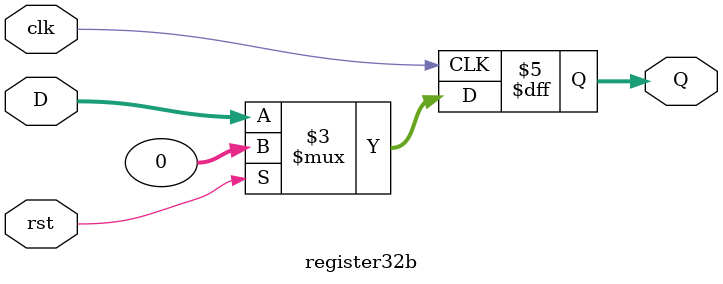
<source format=v>
module register32b(clk, rst,D, Q); // Pode ser considerando um flip-flop D

	input clk, rst;
	input[31:0] D;
	output reg [31:0] Q;
	
	always @ (posedge clk)
	begin
		if(rst)begin
			Q <= 0;
		end
		else begin
			Q <= D;
		end
	end
	
endmodule
</source>
